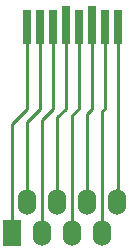
<source format=gbr>
G04 #@! TF.FileFunction,Copper,L1,Top,Signal*
%FSLAX46Y46*%
G04 Gerber Fmt 4.6, Leading zero omitted, Abs format (unit mm)*
G04 Created by KiCad (PCBNEW 201611132049+7352~55~ubuntu14.04.1-product) date Wed Nov 16 08:41:23 2016*
%MOMM*%
%LPD*%
G01*
G04 APERTURE LIST*
%ADD10C,0.100000*%
%ADD11R,0.800000X2.900000*%
%ADD12R,0.800000X3.200000*%
%ADD13R,1.524000X2.199640*%
%ADD14O,1.524000X2.199640*%
%ADD15C,0.250000*%
G04 APERTURE END LIST*
D10*
D11*
X155000000Y-92580000D03*
X153900000Y-92580000D03*
D12*
X152800000Y-92430000D03*
D11*
X151700000Y-92580000D03*
D12*
X150600000Y-92430000D03*
D11*
X149500000Y-92580000D03*
X148400000Y-92580000D03*
X147300000Y-92580000D03*
D13*
X146070000Y-110060000D03*
D14*
X147340000Y-107460000D03*
X148610000Y-110060000D03*
X149880000Y-107460000D03*
X151150000Y-110060000D03*
X152420000Y-107460000D03*
X153690000Y-110060000D03*
X154960000Y-107460000D03*
D15*
X155000000Y-92580000D02*
X155000000Y-107420000D01*
X155000000Y-107420000D02*
X154960000Y-107460000D01*
X153900000Y-92580000D02*
X153900000Y-99560000D01*
X153900000Y-99560000D02*
X153690000Y-99770000D01*
X153690000Y-99770000D02*
X153690000Y-108710180D01*
X153690000Y-108710180D02*
X153690000Y-110060000D01*
X152800000Y-92430000D02*
X152800000Y-99570000D01*
X152800000Y-99570000D02*
X152420000Y-99950000D01*
X152420000Y-99950000D02*
X152420000Y-107460000D01*
X151700000Y-92580000D02*
X151700000Y-99560000D01*
X151150000Y-108710180D02*
X151150000Y-110060000D01*
X151700000Y-99560000D02*
X151150000Y-100110000D01*
X151150000Y-100110000D02*
X151150000Y-108710180D01*
X150600000Y-92430000D02*
X150600000Y-99560000D01*
X150600000Y-99560000D02*
X149880000Y-100280000D01*
X149880000Y-100280000D02*
X149880000Y-107460000D01*
X149500000Y-92580000D02*
X149500000Y-99570000D01*
X149500000Y-99570000D02*
X148610000Y-100460000D01*
X148610000Y-100460000D02*
X148610000Y-108710180D01*
X148610000Y-108710180D02*
X148610000Y-110060000D01*
X148400000Y-92580000D02*
X148400000Y-99560000D01*
X148400000Y-99560000D02*
X147340000Y-100620000D01*
X147340000Y-100620000D02*
X147340000Y-107460000D01*
X147300000Y-92580000D02*
X147300000Y-99560000D01*
X147300000Y-99560000D02*
X146070000Y-100790000D01*
X146070000Y-100790000D02*
X146070000Y-108710180D01*
X146070000Y-108710180D02*
X146070000Y-110060000D01*
M02*

</source>
